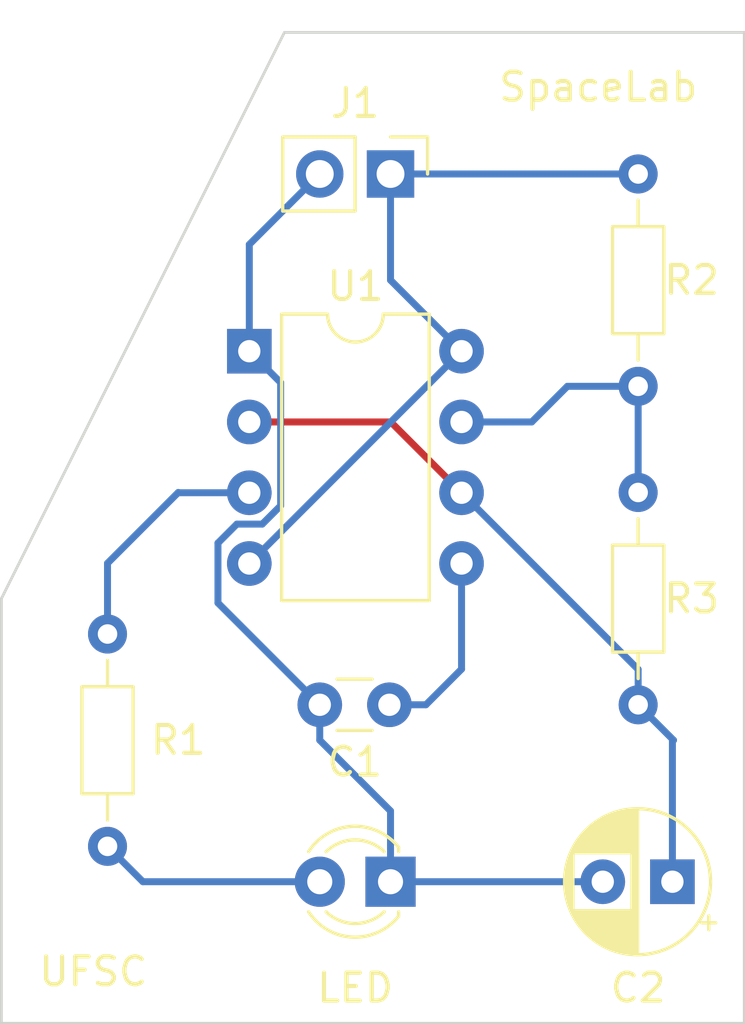
<source format=kicad_pcb>
(kicad_pcb (version 20221018) (generator pcbnew)
  (layers (0 "F.Cu" signal) (31 "B.Cu" signal) (34 "B.Paste" user) (35 "F.Paste" user) (36 "B.SilkS" user "B.Silkscreen") (37 "F.SilkS" user "F.Silkscreen") (38 "B.Mask" user) (39 "F.Mask" user) (44 "Edge.Cuts" user))
  (net 0 "")
  (footprint "Capacitor_THT:CP_Radial_D5.0mm_P2.50mm" (layer "F.Cu") (at 150.935 111.605 180)
    (fp_text reference "C2" (at 1.23 -3.81) (layer "F.SilkS"))
    (fp_text value "1u")
    (fp_line (start -1.554775 -1.475) (end -1.054775 -1.475) (stroke (width 0.12)) (layer "F.SilkS"))
    (fp_line (start -1.304775 -1.725) (end -1.304775 -1.225) (stroke (width 0.12)) (layer "F.SilkS"))
    (fp_line (start 1.25 -2.58) (end 1.25 2.58) (stroke (width 0.12)) (layer "F.SilkS"))
    (fp_line (start 1.29 -2.58) (end 1.29 2.58) (stroke (width 0.12)) (layer "F.SilkS"))
    (fp_line (start 1.33 -2.579) (end 1.33 2.579) (stroke (width 0.12)) (layer "F.SilkS"))
    (fp_line (start 1.37 -2.578) (end 1.37 2.578) (stroke (width 0.12)) (layer "F.SilkS"))
    (fp_line (start 1.41 -2.576) (end 1.41 2.576) (stroke (width 0.12)) (layer "F.SilkS"))
    (fp_line (start 1.45 -2.573) (end 1.45 2.573) (stroke (width 0.12)) (layer "F.SilkS"))
    (fp_line (start 1.49 -2.569) (end 1.49 -1.04) (stroke (width 0.12)) (layer "F.SilkS"))
    (fp_line (start 1.49 1.04) (end 1.49 2.569) (stroke (width 0.12)) (layer "F.SilkS"))
    (fp_line (start 1.53 -2.565) (end 1.53 -1.04) (stroke (width 0.12)) (layer "F.SilkS"))
    (fp_line (start 1.53 1.04) (end 1.53 2.565) (stroke (width 0.12)) (layer "F.SilkS"))
    (fp_line (start 1.57 -2.561) (end 1.57 -1.04) (stroke (width 0.12)) (layer "F.SilkS"))
    (fp_line (start 1.57 1.04) (end 1.57 2.561) (stroke (width 0.12)) (layer "F.SilkS"))
    (fp_line (start 1.61 -2.556) (end 1.61 -1.04) (stroke (width 0.12)) (layer "F.SilkS"))
    (fp_line (start 1.61 1.04) (end 1.61 2.556) (stroke (width 0.12)) (layer "F.SilkS"))
    (fp_line (start 1.65 -2.55) (end 1.65 -1.04) (stroke (width 0.12)) (layer "F.SilkS"))
    (fp_line (start 1.65 1.04) (end 1.65 2.55) (stroke (width 0.12)) (layer "F.SilkS"))
    (fp_line (start 1.69 -2.543) (end 1.69 -1.04) (stroke (width 0.12)) (layer "F.SilkS"))
    (fp_line (start 1.69 1.04) (end 1.69 2.543) (stroke (width 0.12)) (layer "F.SilkS"))
    (fp_line (start 1.73 -2.536) (end 1.73 -1.04) (stroke (width 0.12)) (layer "F.SilkS"))
    (fp_line (start 1.73 1.04) (end 1.73 2.536) (stroke (width 0.12)) (layer "F.SilkS"))
    (fp_line (start 1.77 -2.528) (end 1.77 -1.04) (stroke (width 0.12)) (layer "F.SilkS"))
    (fp_line (start 1.77 1.04) (end 1.77 2.528) (stroke (width 0.12)) (layer "F.SilkS"))
    (fp_line (start 1.81 -2.52) (end 1.81 -1.04) (stroke (width 0.12)) (layer "F.SilkS"))
    (fp_line (start 1.81 1.04) (end 1.81 2.52) (stroke (width 0.12)) (layer "F.SilkS"))
    (fp_line (start 1.85 -2.511) (end 1.85 -1.04) (stroke (width 0.12)) (layer "F.SilkS"))
    (fp_line (start 1.85 1.04) (end 1.85 2.511) (stroke (width 0.12)) (layer "F.SilkS"))
    (fp_line (start 1.89 -2.501) (end 1.89 -1.04) (stroke (width 0.12)) (layer "F.SilkS"))
    (fp_line (start 1.89 1.04) (end 1.89 2.501) (stroke (width 0.12)) (layer "F.SilkS"))
    (fp_line (start 1.93 -2.491) (end 1.93 -1.04) (stroke (width 0.12)) (layer "F.SilkS"))
    (fp_line (start 1.93 1.04) (end 1.93 2.491) (stroke (width 0.12)) (layer "F.SilkS"))
    (fp_line (start 1.971 -2.48) (end 1.971 -1.04) (stroke (width 0.12)) (layer "F.SilkS"))
    (fp_line (start 1.971 1.04) (end 1.971 2.48) (stroke (width 0.12)) (layer "F.SilkS"))
    (fp_line (start 2.011 -2.468) (end 2.011 -1.04) (stroke (width 0.12)) (layer "F.SilkS"))
    (fp_line (start 2.011 1.04) (end 2.011 2.468) (stroke (width 0.12)) (layer "F.SilkS"))
    (fp_line (start 2.051 -2.455) (end 2.051 -1.04) (stroke (width 0.12)) (layer "F.SilkS"))
    (fp_line (start 2.051 1.04) (end 2.051 2.455) (stroke (width 0.12)) (layer "F.SilkS"))
    (fp_line (start 2.091 -2.442) (end 2.091 -1.04) (stroke (width 0.12)) (layer "F.SilkS"))
    (fp_line (start 2.091 1.04) (end 2.091 2.442) (stroke (width 0.12)) (layer "F.SilkS"))
    (fp_line (start 2.131 -2.428) (end 2.131 -1.04) (stroke (width 0.12)) (layer "F.SilkS"))
    (fp_line (start 2.131 1.04) (end 2.131 2.428) (stroke (width 0.12)) (layer "F.SilkS"))
    (fp_line (start 2.171 -2.414) (end 2.171 -1.04) (stroke (width 0.12)) (layer "F.SilkS"))
    (fp_line (start 2.171 1.04) (end 2.171 2.414) (stroke (width 0.12)) (layer "F.SilkS"))
    (fp_line (start 2.211 -2.398) (end 2.211 -1.04) (stroke (width 0.12)) (layer "F.SilkS"))
    (fp_line (start 2.211 1.04) (end 2.211 2.398) (stroke (width 0.12)) (layer "F.SilkS"))
    (fp_line (start 2.251 -2.382) (end 2.251 -1.04) (stroke (width 0.12)) (layer "F.SilkS"))
    (fp_line (start 2.251 1.04) (end 2.251 2.382) (stroke (width 0.12)) (layer "F.SilkS"))
    (fp_line (start 2.291 -2.365) (end 2.291 -1.04) (stroke (width 0.12)) (layer "F.SilkS"))
    (fp_line (start 2.291 1.04) (end 2.291 2.365) (stroke (width 0.12)) (layer "F.SilkS"))
    (fp_line (start 2.331 -2.348) (end 2.331 -1.04) (stroke (width 0.12)) (layer "F.SilkS"))
    (fp_line (start 2.331 1.04) (end 2.331 2.348) (stroke (width 0.12)) (layer "F.SilkS"))
    (fp_line (start 2.371 -2.329) (end 2.371 -1.04) (stroke (width 0.12)) (layer "F.SilkS"))
    (fp_line (start 2.371 1.04) (end 2.371 2.329) (stroke (width 0.12)) (layer "F.SilkS"))
    (fp_line (start 2.411 -2.31) (end 2.411 -1.04) (stroke (width 0.12)) (layer "F.SilkS"))
    (fp_line (start 2.411 1.04) (end 2.411 2.31) (stroke (width 0.12)) (layer "F.SilkS"))
    (fp_line (start 2.451 -2.29) (end 2.451 -1.04) (stroke (width 0.12)) (layer "F.SilkS"))
    (fp_line (start 2.451 1.04) (end 2.451 2.29) (stroke (width 0.12)) (layer "F.SilkS"))
    (fp_line (start 2.491 -2.268) (end 2.491 -1.04) (stroke (width 0.12)) (layer "F.SilkS"))
    (fp_line (start 2.491 1.04) (end 2.491 2.268) (stroke (width 0.12)) (layer "F.SilkS"))
    (fp_line (start 2.531 -2.247) (end 2.531 -1.04) (stroke (width 0.12)) (layer "F.SilkS"))
    (fp_line (start 2.531 1.04) (end 2.531 2.247) (stroke (width 0.12)) (layer "F.SilkS"))
    (fp_line (start 2.571 -2.224) (end 2.571 -1.04) (stroke (width 0.12)) (layer "F.SilkS"))
    (fp_line (start 2.571 1.04) (end 2.571 2.224) (stroke (width 0.12)) (layer "F.SilkS"))
    (fp_line (start 2.611 -2.2) (end 2.611 -1.04) (stroke (width 0.12)) (layer "F.SilkS"))
    (fp_line (start 2.611 1.04) (end 2.611 2.2) (stroke (width 0.12)) (layer "F.SilkS"))
    (fp_line (start 2.651 -2.175) (end 2.651 -1.04) (stroke (width 0.12)) (layer "F.SilkS"))
    (fp_line (start 2.651 1.04) (end 2.651 2.175) (stroke (width 0.12)) (layer "F.SilkS"))
    (fp_line (start 2.691 -2.149) (end 2.691 -1.04) (stroke (width 0.12)) (layer "F.SilkS"))
    (fp_line (start 2.691 1.04) (end 2.691 2.149) (stroke (width 0.12)) (layer "F.SilkS"))
    (fp_line (start 2.731 -2.122) (end 2.731 -1.04) (stroke (width 0.12)) (layer "F.SilkS"))
    (fp_line (start 2.731 1.04) (end 2.731 2.122) (stroke (width 0.12)) (layer "F.SilkS"))
    (fp_line (start 2.771 -2.095) (end 2.771 -1.04) (stroke (width 0.12)) (layer "F.SilkS"))
    (fp_line (start 2.771 1.04) (end 2.771 2.095) (stroke (width 0.12)) (layer "F.SilkS"))
    (fp_line (start 2.811 -2.065) (end 2.811 -1.04) (stroke (width 0.12)) (layer "F.SilkS"))
    (fp_line (start 2.811 1.04) (end 2.811 2.065) (stroke (width 0.12)) (layer "F.SilkS"))
    (fp_line (start 2.851 -2.035) (end 2.851 -1.04) (stroke (width 0.12)) (layer "F.SilkS"))
    (fp_line (start 2.851 1.04) (end 2.851 2.035) (stroke (width 0.12)) (layer "F.SilkS"))
    (fp_line (start 2.891 -2.004) (end 2.891 -1.04) (stroke (width 0.12)) (layer "F.SilkS"))
    (fp_line (start 2.891 1.04) (end 2.891 2.004) (stroke (width 0.12)) (layer "F.SilkS"))
    (fp_line (start 2.931 -1.971) (end 2.931 -1.04) (stroke (width 0.12)) (layer "F.SilkS"))
    (fp_line (start 2.931 1.04) (end 2.931 1.971) (stroke (width 0.12)) (layer "F.SilkS"))
    (fp_line (start 2.971 -1.937) (end 2.971 -1.04) (stroke (width 0.12)) (layer "F.SilkS"))
    (fp_line (start 2.971 1.04) (end 2.971 1.937) (stroke (width 0.12)) (layer "F.SilkS"))
    (fp_line (start 3.011 -1.901) (end 3.011 -1.04) (stroke (width 0.12)) (layer "F.SilkS"))
    (fp_line (start 3.011 1.04) (end 3.011 1.901) (stroke (width 0.12)) (layer "F.SilkS"))
    (fp_line (start 3.051 -1.864) (end 3.051 -1.04) (stroke (width 0.12)) (layer "F.SilkS"))
    (fp_line (start 3.051 1.04) (end 3.051 1.864) (stroke (width 0.12)) (layer "F.SilkS"))
    (fp_line (start 3.091 -1.826) (end 3.091 -1.04) (stroke (width 0.12)) (layer "F.SilkS"))
    (fp_line (start 3.091 1.04) (end 3.091 1.826) (stroke (width 0.12)) (layer "F.SilkS"))
    (fp_line (start 3.131 -1.785) (end 3.131 -1.04) (stroke (width 0.12)) (layer "F.SilkS"))
    (fp_line (start 3.131 1.04) (end 3.131 1.785) (stroke (width 0.12)) (layer "F.SilkS"))
    (fp_line (start 3.171 -1.743) (end 3.171 -1.04) (stroke (width 0.12)) (layer "F.SilkS"))
    (fp_line (start 3.171 1.04) (end 3.171 1.743) (stroke (width 0.12)) (layer "F.SilkS"))
    (fp_line (start 3.211 -1.699) (end 3.211 -1.04) (stroke (width 0.12)) (layer "F.SilkS"))
    (fp_line (start 3.211 1.04) (end 3.211 1.699) (stroke (width 0.12)) (layer "F.SilkS"))
    (fp_line (start 3.251 -1.653) (end 3.251 -1.04) (stroke (width 0.12)) (layer "F.SilkS"))
    (fp_line (start 3.251 1.04) (end 3.251 1.653) (stroke (width 0.12)) (layer "F.SilkS"))
    (fp_line (start 3.291 -1.605) (end 3.291 -1.04) (stroke (width 0.12)) (layer "F.SilkS"))
    (fp_line (start 3.291 1.04) (end 3.291 1.605) (stroke (width 0.12)) (layer "F.SilkS"))
    (fp_line (start 3.331 -1.554) (end 3.331 -1.04) (stroke (width 0.12)) (layer "F.SilkS"))
    (fp_line (start 3.331 1.04) (end 3.331 1.554) (stroke (width 0.12)) (layer "F.SilkS"))
    (fp_line (start 3.371 -1.5) (end 3.371 -1.04) (stroke (width 0.12)) (layer "F.SilkS"))
    (fp_line (start 3.371 1.04) (end 3.371 1.5) (stroke (width 0.12)) (layer "F.SilkS"))
    (fp_line (start 3.411 -1.443) (end 3.411 -1.04) (stroke (width 0.12)) (layer "F.SilkS"))
    (fp_line (start 3.411 1.04) (end 3.411 1.443) (stroke (width 0.12)) (layer "F.SilkS"))
    (fp_line (start 3.451 -1.383) (end 3.451 -1.04) (stroke (width 0.12)) (layer "F.SilkS"))
    (fp_line (start 3.451 1.04) (end 3.451 1.383) (stroke (width 0.12)) (layer "F.SilkS"))
    (fp_line (start 3.491 -1.319) (end 3.491 -1.04) (stroke (width 0.12)) (layer "F.SilkS"))
    (fp_line (start 3.491 1.04) (end 3.491 1.319) (stroke (width 0.12)) (layer "F.SilkS"))
    (fp_line (start 3.531 -1.251) (end 3.531 -1.04) (stroke (width 0.12)) (layer "F.SilkS"))
    (fp_line (start 3.531 1.04) (end 3.531 1.251) (stroke (width 0.12)) (layer "F.SilkS"))
    (fp_line (start 3.571 -1.178) (end 3.571 1.178) (stroke (width 0.12)) (layer "F.SilkS"))
    (fp_line (start 3.611 -1.098) (end 3.611 1.098) (stroke (width 0.12)) (layer "F.SilkS"))
    (fp_line (start 3.651 -1.011) (end 3.651 1.011) (stroke (width 0.12)) (layer "F.SilkS"))
    (fp_line (start 3.691 -0.915) (end 3.691 0.915) (stroke (width 0.12)) (layer "F.SilkS"))
    (fp_line (start 3.731 -0.805) (end 3.731 0.805) (stroke (width 0.12)) (layer "F.SilkS"))
    (fp_line (start 3.771 -0.677) (end 3.771 0.677) (stroke (width 0.12)) (layer "F.SilkS"))
    (fp_line (start 3.811 -0.518) (end 3.811 0.518) (stroke (width 0.12)) (layer "F.SilkS"))
    (fp_line (start 3.851 -0.284) (end 3.851 0.284) (stroke (width 0.12)) (layer "F.SilkS"))
    (fp_circle (center 1.25 0) (end 3.87 0) (stroke (width 0.12)) (fill none) (layer "F.SilkS"))
    (pad "1" thru_hole rect (at 0 0 180) (size 1.6 1.6) (drill 0.8) (layers "*.Cu" "*.Mask"))
    (pad "2" thru_hole circle (at 2.5 0 180) (size 1.6 1.6) (drill 0.8) (layers "*.Cu" "*.Mask"))
  )
  (footprint "Resistor_THT:R_Axial_DIN0204_L3.6mm_D1.6mm_P7.62mm_Horizontal" (layer "F.Cu") (at 149.705 97.635 -90)
    (fp_text reference "R3" (at 3.81 -1.92 180) (layer "F.SilkS"))
    (fp_text value "470k")
    (fp_line (start 0.94 0) (end 1.89 0) (stroke (width 0.12)) (layer "F.SilkS"))
    (fp_line (start 1.89 -0.92) (end 1.89 0.92) (stroke (width 0.12)) (layer "F.SilkS"))
    (fp_line (start 1.89 0.92) (end 5.73 0.92) (stroke (width 0.12)) (layer "F.SilkS"))
    (fp_line (start 5.73 -0.92) (end 1.89 -0.92) (stroke (width 0.12)) (layer "F.SilkS"))
    (fp_line (start 5.73 0.92) (end 5.73 -0.92) (stroke (width 0.12)) (layer "F.SilkS"))
    (fp_line (start 6.68 0) (end 5.73 0) (stroke (width 0.12)) (layer "F.SilkS"))
    (pad "1" thru_hole circle (at 0 0 270) (size 1.4 1.4) (drill 0.7) (layers "*.Cu" "*.Mask"))
    (pad "2" thru_hole oval (at 7.62 0 270) (size 1.4 1.4) (drill 0.7) (layers "*.Cu" "*.Mask"))
  )
  (footprint "Resistor_THT:R_Axial_DIN0204_L3.6mm_D1.6mm_P7.62mm_Horizontal" (layer "F.Cu") (at 149.705 86.205 -90)
    (fp_text reference "R2" (at 3.81 -1.92 180) (layer "F.SilkS"))
    (fp_text value "1k")
    (fp_line (start 0.94 0) (end 1.89 0) (stroke (width 0.12)) (layer "F.SilkS"))
    (fp_line (start 1.89 -0.92) (end 1.89 0.92) (stroke (width 0.12)) (layer "F.SilkS"))
    (fp_line (start 1.89 0.92) (end 5.73 0.92) (stroke (width 0.12)) (layer "F.SilkS"))
    (fp_line (start 5.73 -0.92) (end 1.89 -0.92) (stroke (width 0.12)) (layer "F.SilkS"))
    (fp_line (start 5.73 0.92) (end 5.73 -0.92) (stroke (width 0.12)) (layer "F.SilkS"))
    (fp_line (start 6.68 0) (end 5.73 0) (stroke (width 0.12)) (layer "F.SilkS"))
    (pad "1" thru_hole circle (at 0 0 270) (size 1.4 1.4) (drill 0.7) (layers "*.Cu" "*.Mask"))
    (pad "2" thru_hole oval (at 7.62 0 270) (size 1.4 1.4) (drill 0.7) (layers "*.Cu" "*.Mask"))
  )
  (footprint "Package_DIP:DIP-8_W7.62mm" (layer "F.Cu") (at 135.745 92.565)
    (fp_text reference "U1" (at 3.81 -2.33) (layer "F.SilkS"))
    (fp_text value "LM555xN")
    (fp_line (start 1.16 -1.33) (end 1.16 8.95) (stroke (width 0.12)) (layer "F.SilkS"))
    (fp_line (start 1.16 8.95) (end 6.46 8.95) (stroke (width 0.12)) (layer "F.SilkS"))
    (fp_line (start 2.81 -1.33) (end 1.16 -1.33) (stroke (width 0.12)) (layer "F.SilkS"))
    (fp_line (start 6.46 -1.33) (end 4.81 -1.33) (stroke (width 0.12)) (layer "F.SilkS"))
    (fp_line (start 6.46 8.95) (end 6.46 -1.33) (stroke (width 0.12)) (layer "F.SilkS"))
    (fp_arc (start 4.81 -1.33) (mid 3.81 -0.33) (end 2.81 -1.33) (stroke (width 0.12)) (layer "F.SilkS"))
    (pad "1" thru_hole rect (at 0 0) (size 1.6 1.6) (drill 0.8) (layers "*.Cu" "*.Mask"))
    (pad "2" thru_hole oval (at 0 2.54) (size 1.6 1.6) (drill 0.8) (layers "*.Cu" "*.Mask"))
    (pad "3" thru_hole oval (at 0 5.08) (size 1.6 1.6) (drill 0.8) (layers "*.Cu" "*.Mask"))
    (pad "4" thru_hole oval (at 0 7.62) (size 1.6 1.6) (drill 0.8) (layers "*.Cu" "*.Mask"))
    (pad "5" thru_hole oval (at 7.62 7.62) (size 1.6 1.6) (drill 0.8) (layers "*.Cu" "*.Mask"))
    (pad "6" thru_hole oval (at 7.62 5.08) (size 1.6 1.6) (drill 0.8) (layers "*.Cu" "*.Mask"))
    (pad "7" thru_hole oval (at 7.62 2.54) (size 1.6 1.6) (drill 0.8) (layers "*.Cu" "*.Mask"))
    (pad "8" thru_hole oval (at 7.62 0) (size 1.6 1.6) (drill 0.8) (layers "*.Cu" "*.Mask"))
  )
  (footprint "Connector_PinHeader_2.54mm:PinHeader_1x02_P2.54mm_Vertical" (layer "F.Cu") (at 140.815 86.205 -90)
    (fp_text reference "J1" (at -2.54 1.27 -180) (layer "F.SilkS"))
    (fp_text value "Conn_01x02_Pin")
    (fp_line (start -1.33 -1.33) (end 0 -1.33) (stroke (width 0.12)) (layer "F.SilkS"))
    (fp_line (start -1.33 0) (end -1.33 -1.33) (stroke (width 0.12)) (layer "F.SilkS"))
    (fp_line (start -1.33 1.27) (end -1.33 3.87) (stroke (width 0.12)) (layer "F.SilkS"))
    (fp_line (start -1.33 1.27) (end 1.33 1.27) (stroke (width 0.12)) (layer "F.SilkS"))
    (fp_line (start -1.33 3.87) (end 1.33 3.87) (stroke (width 0.12)) (layer "F.SilkS"))
    (fp_line (start 1.33 1.27) (end 1.33 3.87) (stroke (width 0.12)) (layer "F.SilkS"))
    (pad "1" thru_hole rect (at 0 0 270) (size 1.7 1.7) (drill 1) (layers "*.Cu" "*.Mask"))
    (pad "2" thru_hole oval (at 0 2.54 270) (size 1.7 1.7) (drill 1) (layers "*.Cu" "*.Mask"))
  )
  (footprint "Capacitor_THT:C_Disc_D3.0mm_W1.6mm_P2.50mm" (layer "F.Cu") (at 140.775 105.255 180)
    (fp_text reference "C1" (at 1.25 -2.05) (layer "F.SilkS"))
    (fp_text value "100n")
    (fp_line (start 0.621 -0.92) (end 1.879 -0.92) (stroke (width 0.12)) (layer "F.SilkS"))
    (fp_line (start 0.621 0.92) (end 1.879 0.92) (stroke (width 0.12)) (layer "F.SilkS"))
    (pad "1" thru_hole circle (at 0 0 180) (size 1.6 1.6) (drill 0.8) (layers "*.Cu" "*.Mask"))
    (pad "2" thru_hole circle (at 2.5 0 180) (size 1.6 1.6) (drill 0.8) (layers "*.Cu" "*.Mask"))
  )
  (footprint "LED_THT:LED_D3.0mm" (layer "F.Cu") (at 140.815 111.605 180)
    (fp_text reference "LED" (at 1.27 -3.81) (layer "F.SilkS"))
    (fp_text value "LED")
    (fp_line (start -0.29 -1.236) (end -0.29 -1.08) (stroke (width 0.12)) (layer "F.SilkS"))
    (fp_line (start -0.29 1.08) (end -0.29 1.236) (stroke (width 0.12)) (layer "F.SilkS"))
    (fp_arc (start -0.29 -1.235516) (mid 1.366487 -1.987659) (end 2.942335 -1.078608) (stroke (width 0.12)) (layer "F.SilkS"))
    (fp_arc (start 0.229039 -1.08) (mid 1.270117 -1.5) (end 2.31113 -1.079837) (stroke (width 0.12)) (layer "F.SilkS"))
    (fp_arc (start 2.31113 1.079837) (mid 1.270117 1.5) (end 0.229039 1.08) (stroke (width 0.12)) (layer "F.SilkS"))
    (fp_arc (start 2.942335 1.078608) (mid 1.366487 1.987659) (end -0.29 1.235516) (stroke (width 0.12)) (layer "F.SilkS"))
    (pad "1" thru_hole rect (at 0 0 180) (size 1.8 1.8) (drill 0.9) (layers "*.Cu" "*.Mask"))
    (pad "2" thru_hole circle (at 2.54 0 180) (size 1.8 1.8) (drill 0.9) (layers "*.Cu" "*.Mask"))
  )
  (footprint "Resistor_THT:R_Axial_DIN0204_L3.6mm_D1.6mm_P7.62mm_Horizontal" (layer "F.Cu") (at 130.655 102.715 -90)
    (fp_text reference "R1" (at 3.81 -2.54 180) (layer "F.SilkS"))
    (fp_text value "130")
    (fp_line (start 0.94 0) (end 1.89 0) (stroke (width 0.12)) (layer "F.SilkS"))
    (fp_line (start 1.89 -0.92) (end 1.89 0.92) (stroke (width 0.12)) (layer "F.SilkS"))
    (fp_line (start 1.89 0.92) (end 5.73 0.92) (stroke (width 0.12)) (layer "F.SilkS"))
    (fp_line (start 5.73 -0.92) (end 1.89 -0.92) (stroke (width 0.12)) (layer "F.SilkS"))
    (fp_line (start 5.73 0.92) (end 5.73 -0.92) (stroke (width 0.12)) (layer "F.SilkS"))
    (fp_line (start 6.68 0) (end 5.73 0) (stroke (width 0.12)) (layer "F.SilkS"))
    (pad "1" thru_hole circle (at 0 0 270) (size 1.4 1.4) (drill 0.7) (layers "*.Cu" "*.Mask"))
    (pad "2" thru_hole oval (at 7.62 0 270) (size 1.4 1.4) (drill 0.7) (layers "*.Cu" "*.Mask"))
  )
  (gr_line (start 137.005 81.125) (end 126.845 101.445) (stroke (width 0.1)) (layer "Edge.Cuts"))
  (gr_line (start 126.845 101.445) (end 126.845 116.685) (stroke (width 0.1)) (layer "Edge.Cuts"))
  (gr_line (start 153.515 116.685) (end 153.515 81.125) (stroke (width 0.1)) (layer "Edge.Cuts"))
  (gr_line (start 126.845 116.685) (end 153.515 116.685) (stroke (width 0.1)) (layer "Edge.Cuts"))
  (gr_line (start 153.515 81.125) (end 137.005 81.125) (stroke (width 0.1)) (layer "Edge.Cuts"))
  (gr_text "UFSC" (at 128.115 115.415) (layer "F.SilkS") (effects (font (size 1 1)) (justify left bottom)))
  (gr_text "SpaceLab" (at 144.625 83.665) (layer "F.SilkS") (effects (font (size 1 1)) (justify left bottom)))
  (segment (start 135.745 95.105) (end 140.825 95.105) (width 0.25) (layer "F.Cu") (net 0))
  (segment (start 140.825 95.105) (end 143.365 97.645) (width 0.25) (layer "F.Cu") (net 0))
  (segment (start 135.745 100.185) (end 143.365 92.565) (width 0.25) (layer "B.Cu") (net 0))
  (segment (start 150.975 106.525) (end 150.935 106.565) (width 0.25) (layer "B.Cu") (net 0))
  (segment (start 149.705 105.255) (end 150.975 106.525) (width 0.25) (layer "B.Cu") (net 0))
  (segment (start 136.210991 98.77) (end 136.87 98.110991) (width 0.25) (layer "B.Cu") (net 0))
  (segment (start 133.195 97.635) (end 133.205 97.645) (width 0.25) (layer "B.Cu") (net 0))
  (segment (start 143.365 97.645) (end 149.705 103.985) (width 0.25) (layer "B.Cu") (net 0))
  (segment (start 131.925 111.605) (end 130.655 110.335) (width 0.25) (layer "B.Cu") (net 0))
  (segment (start 140.815 109.065) (end 140.815 111.605) (width 0.25) (layer "B.Cu") (net 0))
  (segment (start 145.885 95.105) (end 147.165 93.825) (width 0.25) (layer "B.Cu") (net 0))
  (segment (start 135.299009 98.77) (end 136.210991 98.77) (width 0.25) (layer "B.Cu") (net 0))
  (segment (start 135.745 92.565) (end 135.745 88.735) (width 0.25) (layer "B.Cu") (net 0))
  (segment (start 143.365 103.975) (end 143.365 100.185) (width 0.25) (layer "B.Cu") (net 0))
  (segment (start 136.87 98.110991) (end 136.87 93.69) (width 0.25) (layer "B.Cu") (net 0))
  (segment (start 135.745 88.735) (end 138.275 86.205) (width 0.25) (layer "B.Cu") (net 0))
  (segment (start 130.655 102.715) (end 130.655 100.175) (width 0.25) (layer "B.Cu") (net 0))
  (segment (start 134.62 101.6) (end 134.62 99.449009) (width 0.25) (layer "B.Cu") (net 0))
  (segment (start 142.085 105.255) (end 143.365 103.975) (width 0.25) (layer "B.Cu") (net 0))
  (segment (start 147.165 93.825) (end 149.705 93.825) (width 0.25) (layer "B.Cu") (net 0))
  (segment (start 140.815 90.015) (end 143.365 92.565) (width 0.25) (layer "B.Cu") (net 0))
  (segment (start 143.365 95.105) (end 145.885 95.105) (width 0.25) (layer "B.Cu") (net 0))
  (segment (start 130.655 100.175) (end 133.195 97.635) (width 0.25) (layer "B.Cu") (net 0))
  (segment (start 140.815 86.205) (end 140.815 90.015) (width 0.25) (layer "B.Cu") (net 0))
  (segment (start 138.275 105.255) (end 134.62 101.6) (width 0.25) (layer "B.Cu") (net 0))
  (segment (start 133.205 97.645) (end 135.745 97.645) (width 0.25) (layer "B.Cu") (net 0))
  (segment (start 138.275 106.525) (end 140.815 109.065) (width 0.25) (layer "B.Cu") (net 0))
  (segment (start 138.275 111.605) (end 131.925 111.605) (width 0.25) (layer "B.Cu") (net 0))
  (segment (start 140.815 86.205) (end 149.705 86.205) (width 0.25) (layer "B.Cu") (net 0))
  (segment (start 150.935 106.565) (end 150.935 111.605) (width 0.25) (layer "B.Cu") (net 0))
  (segment (start 149.705 93.825) (end 149.705 97.635) (width 0.25) (layer "B.Cu") (net 0))
  (segment (start 140.775 105.255) (end 142.085 105.255) (width 0.25) (layer "B.Cu") (net 0))
  (segment (start 148.435 111.605) (end 140.815 111.605) (width 0.25) (layer "B.Cu") (net 0))
  (segment (start 136.87 93.69) (end 135.745 92.565) (width 0.25) (layer "B.Cu") (net 0))
  (segment (start 138.275 105.255) (end 138.275 106.525) (width 0.25) (layer "B.Cu") (net 0))
  (segment (start 134.62 99.449009) (end 135.299009 98.77) (width 0.25) (layer "B.Cu") (net 0))
  (segment (start 149.705 103.985) (end 149.705 105.255) (width 0.25) (layer "B.Cu") (net 0))
)
</source>
